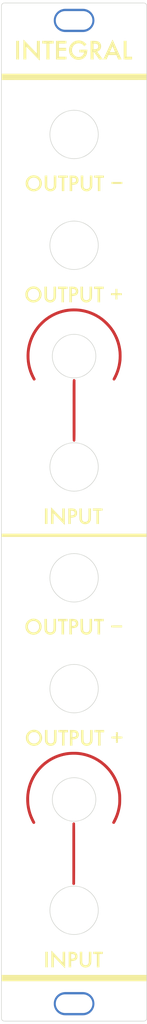
<source format=kicad_pcb>
(kicad_pcb (version 20221018) (generator pcbnew)
  (title_block (title "Simple Integrator 4u Panel") (date "2022-09-03") (rev "r02") (comment 2 "creativecommons.org/licenses/by/4.0/") (comment 3 "License: CC BY 4.0") (comment 4 "Author: Guy John"))
  (layers (0 "F.Cu" signal) (31 "B.Cu" signal) (36 "B.SilkS" user "B.Silkscreen") (37 "F.SilkS" user "F.Silkscreen") (38 "B.Mask" user) (39 "F.Mask" user) (44 "Edge.Cuts" user))
  (net 0 "")
  (footprint "4u-simple-integrator-panel:4u-simple-integrator-panel" (layer "F.Cu") (at 72.45 18.8)
    (fp_text reference "Ref**" hide)
    (fp_text value "Val**" hide)
    (fp_line (start -0.000062 0.499798) (end 0.010171 0.399623) (stroke (width 0.1)) (layer "Edge.Cuts"))
    (fp_line (start -0.000062 174.500052) (end -0.000062 0.499798) (stroke (width 0.1)) (layer "Edge.Cuts"))
    (fp_line (start 0.010171 0.399623) (end 0.039489 0.306065) (stroke (width 0.1)) (layer "Edge.Cuts"))
    (fp_line (start 0.010171 174.600052) (end -0.000062 174.500052) (stroke (width 0.1)) (layer "Edge.Cuts"))
    (fp_line (start 0.039489 0.306065) (end 0.085816 0.221201) (stroke (width 0.1)) (layer "Edge.Cuts"))
    (fp_line (start 0.039489 174.694052) (end 0.010171 174.600052) (stroke (width 0.1)) (layer "Edge.Cuts"))
    (fp_line (start 0.085816 0.221201) (end 0.147079 0.147108) (stroke (width 0.1)) (layer "Edge.Cuts"))
    (fp_line (start 0.085816 174.779052) (end 0.039489 174.694052) (stroke (width 0.1)) (layer "Edge.Cuts"))
    (fp_line (start 0.147079 0.147108) (end 0.221204 0.085865) (stroke (width 0.1)) (layer "Edge.Cuts"))
    (fp_line (start 0.147079 174.853052) (end 0.085816 174.779052) (stroke (width 0.1)) (layer "Edge.Cuts"))
    (fp_line (start 0.221204 0.085865) (end 0.306115 0.039547) (stroke (width 0.1)) (layer "Edge.Cuts"))
    (fp_line (start 0.221204 174.914052) (end 0.147079 174.853052) (stroke (width 0.1)) (layer "Edge.Cuts"))
    (fp_line (start 0.306115 0.039547) (end 0.399738 0.010233) (stroke (width 0.1)) (layer "Edge.Cuts"))
    (fp_line (start 0.306115 174.960052) (end 0.221204 174.914052) (stroke (width 0.1)) (layer "Edge.Cuts"))
    (fp_line (start 0.399738 0.010233) (end 0.5 0) (stroke (width 0.1)) (layer "Edge.Cuts"))
    (fp_line (start 0.399738 174.990052) (end 0.306115 174.960052) (stroke (width 0.1)) (layer "Edge.Cuts"))
    (fp_line (start 0.5 0) (end 24.50009 0) (stroke (width 0.1)) (layer "Edge.Cuts"))
    (fp_line (start 0.5 175.000052) (end 0.399738 174.990052) (stroke (width 0.1)) (layer "Edge.Cuts"))
    (fp_line (start 8.33511 22.599952) (end 8.33511 22.599952) (stroke (width 0.1)) (layer "Edge.Cuts"))
    (fp_line (start 8.33511 22.599952) (end 8.35678 22.176552) (stroke (width 0.1)) (layer "Edge.Cuts"))
    (fp_line (start 8.33511 41.649952) (end 8.33511 41.649952) (stroke (width 0.1)) (layer "Edge.Cuts"))
    (fp_line (start 8.33511 41.649952) (end 8.35678 41.226552) (stroke (width 0.1)) (layer "Edge.Cuts"))
    (fp_line (start 8.33511 79.749952) (end 8.33511 79.749952) (stroke (width 0.1)) (layer "Edge.Cuts"))
    (fp_line (start 8.33511 79.749952) (end 8.35678 79.326552) (stroke (width 0.1)) (layer "Edge.Cuts"))
    (fp_line (start 8.33511 98.799952) (end 8.33511 98.799952) (stroke (width 0.1)) (layer "Edge.Cuts"))
    (fp_line (start 8.33511 98.799952) (end 8.35678 98.376552) (stroke (width 0.1)) (layer "Edge.Cuts"))
    (fp_line (start 8.33511 117.850052) (end 8.33511 117.850052) (stroke (width 0.1)) (layer "Edge.Cuts"))
    (fp_line (start 8.33511 117.850052) (end 8.35678 117.427052) (stroke (width 0.1)) (layer "Edge.Cuts"))
    (fp_line (start 8.33511 155.950052) (end 8.33511 155.950052) (stroke (width 0.1)) (layer "Edge.Cuts"))
    (fp_line (start 8.33511 155.950052) (end 8.35678 155.527052) (stroke (width 0.1)) (layer "Edge.Cuts"))
    (fp_line (start 8.35678 22.176552) (end 8.42036 21.764952) (stroke (width 0.1)) (layer "Edge.Cuts"))
    (fp_line (start 8.35678 23.023252) (end 8.33511 22.599952) (stroke (width 0.1)) (layer "Edge.Cuts"))
    (fp_line (start 8.35678 41.226552) (end 8.42036 40.814952) (stroke (width 0.1)) (layer "Edge.Cuts"))
    (fp_line (start 8.35678 42.073252) (end 8.33511 41.649952) (stroke (width 0.1)) (layer "Edge.Cuts"))
    (fp_line (start 8.35678 79.326552) (end 8.42036 78.914952) (stroke (width 0.1)) (layer "Edge.Cuts"))
    (fp_line (start 8.35678 80.173252) (end 8.33511 79.749952) (stroke (width 0.1)) (layer "Edge.Cuts"))
    (fp_line (start 8.35678 98.376552) (end 8.42036 97.964952) (stroke (width 0.1)) (layer "Edge.Cuts"))
    (fp_line (start 8.35678 99.223252) (end 8.33511 98.799952) (stroke (width 0.1)) (layer "Edge.Cuts"))
    (fp_line (start 8.35678 117.427052) (end 8.42036 117.015052) (stroke (width 0.1)) (layer "Edge.Cuts"))
    (fp_line (start 8.35678 118.273052) (end 8.33511 117.850052) (stroke (width 0.1)) (layer "Edge.Cuts"))
    (fp_line (start 8.35678 155.527052) (end 8.42036 155.115052) (stroke (width 0.1)) (layer "Edge.Cuts"))
    (fp_line (start 8.35678 156.373052) (end 8.33511 155.950052) (stroke (width 0.1)) (layer "Edge.Cuts"))
    (fp_line (start 8.42036 21.764952) (end 8.52367 21.367052) (stroke (width 0.1)) (layer "Edge.Cuts"))
    (fp_line (start 8.42036 23.434952) (end 8.35678 23.023252) (stroke (width 0.1)) (layer "Edge.Cuts"))
    (fp_line (start 8.42036 40.814952) (end 8.52367 40.417052) (stroke (width 0.1)) (layer "Edge.Cuts"))
    (fp_line (start 8.42036 42.484952) (end 8.35678 42.073252) (stroke (width 0.1)) (layer "Edge.Cuts"))
    (fp_line (start 8.42036 78.914952) (end 8.52367 78.517052) (stroke (width 0.1)) (layer "Edge.Cuts"))
    (fp_line (start 8.42036 80.584952) (end 8.35678 80.173252) (stroke (width 0.1)) (layer "Edge.Cuts"))
    (fp_line (start 8.42036 97.964952) (end 8.52367 97.567052) (stroke (width 0.1)) (layer "Edge.Cuts"))
    (fp_line (start 8.42036 99.634952) (end 8.35678 99.223252) (stroke (width 0.1)) (layer "Edge.Cuts"))
    (fp_line (start 8.42036 117.015052) (end 8.52367 116.617052) (stroke (width 0.1)) (layer "Edge.Cuts"))
    (fp_line (start 8.42036 118.685052) (end 8.35678 118.273052) (stroke (width 0.1)) (layer "Edge.Cuts"))
    (fp_line (start 8.42036 155.115052) (end 8.52367 154.717052) (stroke (width 0.1)) (layer "Edge.Cuts"))
    (fp_line (start 8.42036 156.785052) (end 8.35678 156.373052) (stroke (width 0.1)) (layer "Edge.Cuts"))
    (fp_line (start 8.52367 21.367052) (end 8.66457 20.985152) (stroke (width 0.1)) (layer "Edge.Cuts"))
    (fp_line (start 8.52367 23.832752) (end 8.42036 23.434952) (stroke (width 0.1)) (layer "Edge.Cuts"))
    (fp_line (start 8.52367 40.417052) (end 8.66457 40.035152) (stroke (width 0.1)) (layer "Edge.Cuts"))
    (fp_line (start 8.52367 42.882752) (end 8.42036 42.484952) (stroke (width 0.1)) (layer "Edge.Cuts"))
    (fp_line (start 8.52367 78.517052) (end 8.66457 78.135152) (stroke (width 0.1)) (layer "Edge.Cuts"))
    (fp_line (start 8.52367 80.982752) (end 8.42036 80.584952) (stroke (width 0.1)) (layer "Edge.Cuts"))
    (fp_line (start 8.52367 97.567052) (end 8.66457 97.185152) (stroke (width 0.1)) (layer "Edge.Cuts"))
    (fp_line (start 8.52367 100.033052) (end 8.42036 99.634952) (stroke (width 0.1)) (layer "Edge.Cuts"))
    (fp_line (start 8.52367 116.617052) (end 8.66457 116.235052) (stroke (width 0.1)) (layer "Edge.Cuts"))
    (fp_line (start 8.52367 119.083052) (end 8.42036 118.685052) (stroke (width 0.1)) (layer "Edge.Cuts"))
    (fp_line (start 8.52367 154.717052) (end 8.66457 154.335052) (stroke (width 0.1)) (layer "Edge.Cuts"))
    (fp_line (start 8.52367 157.183052) (end 8.42036 156.785052) (stroke (width 0.1)) (layer "Edge.Cuts"))
    (fp_line (start 8.66457 20.985152) (end 8.84089 20.621452) (stroke (width 0.1)) (layer "Edge.Cuts"))
    (fp_line (start 8.66457 24.214652) (end 8.52367 23.832752) (stroke (width 0.1)) (layer "Edge.Cuts"))
    (fp_line (start 8.66457 40.035152) (end 8.84089 39.671352) (stroke (width 0.1)) (layer "Edge.Cuts"))
    (fp_line (start 8.66457 43.264652) (end 8.52367 42.882752) (stroke (width 0.1)) (layer "Edge.Cuts"))
    (fp_line (start 8.66457 78.135152) (end 8.84089 77.771352) (stroke (width 0.1)) (layer "Edge.Cuts"))
    (fp_line (start 8.66457 81.364652) (end 8.52367 80.982752) (stroke (width 0.1)) (layer "Edge.Cuts"))
    (fp_line (start 8.66457 97.185152) (end 8.84089 96.821352) (stroke (width 0.1)) (layer "Edge.Cuts"))
    (fp_line (start 8.66457 100.415052) (end 8.52367 100.033052) (stroke (width 0.1)) (layer "Edge.Cuts"))
    (fp_line (start 8.66457 116.235052) (end 8.84089 115.871052) (stroke (width 0.1)) (layer "Edge.Cuts"))
    (fp_line (start 8.66457 119.465052) (end 8.52367 119.083052) (stroke (width 0.1)) (layer "Edge.Cuts"))
    (fp_line (start 8.66457 154.335052) (end 8.84089 153.971052) (stroke (width 0.1)) (layer "Edge.Cuts"))
    (fp_line (start 8.66457 157.565052) (end 8.52367 157.183052) (stroke (width 0.1)) (layer "Edge.Cuts"))
    (fp_line (start 8.74997 60.699952) (end 8.74997 60.699952) (stroke (width 0.1)) (layer "Edge.Cuts"))
    (fp_line (start 8.74997 60.699952) (end 8.76949 60.318752) (stroke (width 0.1)) (layer "Edge.Cuts"))
    (fp_line (start 8.74997 136.900052) (end 8.74997 136.900052) (stroke (width 0.1)) (layer "Edge.Cuts"))
    (fp_line (start 8.74997 136.900052) (end 8.76949 136.519052) (stroke (width 0.1)) (layer "Edge.Cuts"))
    (fp_line (start 8.76949 60.318752) (end 8.82673 59.948152) (stroke (width 0.1)) (layer "Edge.Cuts"))
    (fp_line (start 8.76949 61.081052) (end 8.74997 60.699952) (stroke (width 0.1)) (layer "Edge.Cuts"))
    (fp_line (start 8.76949 136.519052) (end 8.82673 136.148052) (stroke (width 0.1)) (layer "Edge.Cuts"))
    (fp_line (start 8.76949 137.281052) (end 8.74997 136.900052) (stroke (width 0.1)) (layer "Edge.Cuts"))
    (fp_line (start 8.82673 59.948152) (end 8.91975 59.589952) (stroke (width 0.1)) (layer "Edge.Cuts"))
    (fp_line (start 8.82673 61.451652) (end 8.76949 61.081052) (stroke (width 0.1)) (layer "Edge.Cuts"))
    (fp_line (start 8.82673 136.148052) (end 8.91975 135.790052) (stroke (width 0.1)) (layer "Edge.Cuts"))
    (fp_line (start 8.82673 137.652052) (end 8.76949 137.281052) (stroke (width 0.1)) (layer "Edge.Cuts"))
    (fp_line (start 8.84089 20.621452) (end 9.05047 20.277952) (stroke (width 0.1)) (layer "Edge.Cuts"))
    (fp_line (start 8.84089 24.578452) (end 8.66457 24.214652) (stroke (width 0.1)) (layer "Edge.Cuts"))
    (fp_line (start 8.84089 39.671352) (end 9.05047 39.327952) (stroke (width 0.1)) (layer "Edge.Cuts"))
    (fp_line (start 8.84089 43.628452) (end 8.66457 43.264652) (stroke (width 0.1)) (layer "Edge.Cuts"))
    (fp_line (start 8.84089 77.771352) (end 9.05047 77.427952) (stroke (width 0.1)) (layer "Edge.Cuts"))
    (fp_line (start 8.84089 81.728452) (end 8.66457 81.364652) (stroke (width 0.1)) (layer "Edge.Cuts"))
    (fp_line (start 8.84089 96.821352) (end 9.05047 96.477952) (stroke (width 0.1)) (layer "Edge.Cuts"))
    (fp_line (start 8.84089 100.778052) (end 8.66457 100.415052) (stroke (width 0.1)) (layer "Edge.Cuts"))
    (fp_line (start 8.84089 115.871052) (end 9.05047 115.528052) (stroke (width 0.1)) (layer "Edge.Cuts"))
    (fp_line (start 8.84089 119.828052) (end 8.66457 119.465052) (stroke (width 0.1)) (layer "Edge.Cuts"))
    (fp_line (start 8.84089 153.971052) (end 9.05047 153.628052) (stroke (width 0.1)) (layer "Edge.Cuts"))
    (fp_line (start 8.84089 157.928052) (end 8.66457 157.565052) (stroke (width 0.1)) (layer "Edge.Cuts"))
    (fp_line (start 8.91975 59.589952) (end 9.04662 59.246152) (stroke (width 0.1)) (layer "Edge.Cuts"))
    (fp_line (start 8.91975 61.809852) (end 8.82673 61.451652) (stroke (width 0.1)) (layer "Edge.Cuts"))
    (fp_line (start 8.91975 135.790052) (end 9.04662 135.446052) (stroke (width 0.1)) (layer "Edge.Cuts"))
    (fp_line (start 8.91975 138.010052) (end 8.82673 137.652052) (stroke (width 0.1)) (layer "Edge.Cuts"))
    (fp_line (start 9.04662 59.246152) (end 9.20537 58.918652) (stroke (width 0.1)) (layer "Edge.Cuts"))
    (fp_line (start 9.04662 62.153652) (end 8.91975 61.809852) (stroke (width 0.1)) (layer "Edge.Cuts"))
    (fp_line (start 9.04662 135.446052) (end 9.20537 135.119052) (stroke (width 0.1)) (layer "Edge.Cuts"))
    (fp_line (start 9.04662 138.354052) (end 8.91975 138.010052) (stroke (width 0.1)) (layer "Edge.Cuts"))
    (fp_line (start 9.05047 20.277952) (end 9.29115 19.956952) (stroke (width 0.1)) (layer "Edge.Cuts"))
    (fp_line (start 9.05047 24.921852) (end 8.84089 24.578452) (stroke (width 0.1)) (layer "Edge.Cuts"))
    (fp_line (start 9.05047 39.327952) (end 9.29115 39.006952) (stroke (width 0.1)) (layer "Edge.Cuts"))
    (fp_line (start 9.05047 43.971852) (end 8.84089 43.628452) (stroke (width 0.1)) (layer "Edge.Cuts"))
    (fp_line (start 9.05047 77.427952) (end 9.29115 77.106952) (stroke (width 0.1)) (layer "Edge.Cuts"))
    (fp_line (start 9.05047 82.071852) (end 8.84089 81.728452) (stroke (width 0.1)) (layer "Edge.Cuts"))
    (fp_line (start 9.05047 96.477952) (end 9.29115 96.156952) (stroke (width 0.1)) (layer "Edge.Cuts"))
    (fp_line (start 9.05047 101.122052) (end 8.84089 100.778052) (stroke (width 0.1)) (layer "Edge.Cuts"))
    (fp_line (start 9.05047 115.528052) (end 9.29115 115.207052) (stroke (width 0.1)) (layer "Edge.Cuts"))
    (fp_line (start 9.05047 120.172052) (end 8.84089 119.828052) (stroke (width 0.1)) (layer "Edge.Cuts"))
    (fp_line (start 9.05047 153.628052) (end 9.29115 153.307052) (stroke (width 0.1)) (layer "Edge.Cuts"))
    (fp_line (start 9.05047 158.272052) (end 8.84089 157.928052) (stroke (width 0.1)) (layer "Edge.Cuts"))
    (fp_line (start 9.20537 58.918652) (end 9.39407 58.609352) (stroke (width 0.1)) (layer "Edge.Cuts"))
    (fp_line (start 9.20537 62.481152) (end 9.04662 62.153652) (stroke (width 0.1)) (layer "Edge.Cuts"))
    (fp_line (start 9.20537 135.119052) (end 9.39407 134.809052) (stroke (width 0.1)) (layer "Edge.Cuts"))
    (fp_line (start 9.20537 138.681052) (end 9.04662 138.354052) (stroke (width 0.1)) (layer "Edge.Cuts"))
    (fp_line (start 9.29115 19.956952) (end 9.56076 19.660552) (stroke (width 0.1)) (layer "Edge.Cuts"))
    (fp_line (start 9.29115 25.242952) (end 9.05047 24.921852) (stroke (width 0.1)) (layer "Edge.Cuts"))
    (fp_line (start 9.29115 39.006952) (end 9.56076 38.710552) (stroke (width 0.1)) (layer "Edge.Cuts"))
    (fp_line (start 9.29115 44.292952) (end 9.05047 43.971852) (stroke (width 0.1)) (layer "Edge.Cuts"))
    (fp_line (start 9.29115 77.106952) (end 9.56076 76.810552) (stroke (width 0.1)) (layer "Edge.Cuts"))
    (fp_line (start 9.29115 82.392952) (end 9.05047 82.071852) (stroke (width 0.1)) (layer "Edge.Cuts"))
    (fp_line (start 9.29115 96.156952) (end 9.56076 95.860552) (stroke (width 0.1)) (layer "Edge.Cuts"))
    (fp_line (start 9.29115 101.443052) (end 9.05047 101.122052) (stroke (width 0.1)) (layer "Edge.Cuts"))
    (fp_line (start 9.29115 115.207052) (end 9.56076 114.910052) (stroke (width 0.1)) (layer "Edge.Cuts"))
    (fp_line (start 9.29115 120.493052) (end 9.05047 120.172052) (stroke (width 0.1)) (layer "Edge.Cuts"))
    (fp_line (start 9.29115 153.307052) (end 9.56076 153.010052) (stroke (width 0.1)) (layer "Edge.Cuts"))
    (fp_line (start 9.29115 158.593052) (end 9.05047 158.272052) (stroke (width 0.1)) (layer "Edge.Cuts"))
    (fp_line (start 9.39407 58.609352) (end 9.61077 58.320352) (stroke (width 0.1)) (layer "Edge.Cuts"))
    (fp_line (start 9.39407 62.790452) (end 9.20537 62.481152) (stroke (width 0.1)) (layer "Edge.Cuts"))
    (fp_line (start 9.39407 134.809052) (end 9.61077 134.520052) (stroke (width 0.1)) (layer "Edge.Cuts"))
    (fp_line (start 9.39407 138.990052) (end 9.20537 138.681052) (stroke (width 0.1)) (layer "Edge.Cuts"))
    (fp_line (start 9.56076 19.660552) (end 9.85709 19.390952) (stroke (width 0.1)) (layer "Edge.Cuts"))
    (fp_line (start 9.56076 25.539352) (end 9.29115 25.242952) (stroke (width 0.1)) (layer "Edge.Cuts"))
    (fp_line (start 9.56076 38.710552) (end 9.85709 38.440952) (stroke (width 0.1)) (layer "Edge.Cuts"))
    (fp_line (start 9.56076 44.589352) (end 9.29115 44.292952) (stroke (width 0.1)) (layer "Edge.Cuts"))
    (fp_line (start 9.56076 76.810552) (end 9.85709 76.540952) (stroke (width 0.1)) (layer "Edge.Cuts"))
    (fp_line (start 9.56076 82.689252) (end 9.29115 82.392952) (stroke (width 0.1)) (layer "Edge.Cuts"))
    (fp_line (start 9.56076 95.860552) (end 9.85709 95.590952) (stroke (width 0.1)) (layer "Edge.Cuts"))
    (fp_line (start 9.56076 101.739052) (end 9.29115 101.443052) (stroke (width 0.1)) (layer "Edge.Cuts"))
    (fp_line (start 9.56076 114.910052) (end 9.85709 114.641052) (stroke (width 0.1)) (layer "Edge.Cuts"))
    (fp_line (start 9.56076 120.789052) (end 9.29115 120.493052) (stroke (width 0.1)) (layer "Edge.Cuts"))
    (fp_line (start 9.56076 153.010052) (end 9.85709 152.741052) (stroke (width 0.1)) (layer "Edge.Cuts"))
    (fp_line (start 9.56076 158.889052) (end 9.29115 158.593052) (stroke (width 0.1)) (layer "Edge.Cuts"))
    (fp_line (start 9.61077 58.320352) (end 9.85349 58.053552) (stroke (width 0.1)) (layer "Edge.Cuts"))
    (fp_line (start 9.61077 63.079452) (end 9.39407 62.790452) (stroke (width 0.1)) (layer "Edge.Cuts"))
    (fp_line (start 9.61077 134.520052) (end 9.85349 134.253052) (stroke (width 0.1)) (layer "Edge.Cuts"))
    (fp_line (start 9.61077 139.279052) (end 9.39407 138.990052) (stroke (width 0.1)) (layer "Edge.Cuts"))
    (fp_line (start 9.85349 58.053552) (end 10.12039 57.810752) (stroke (width 0.1)) (layer "Edge.Cuts"))
    (fp_line (start 9.85349 63.346352) (end 9.61077 63.079452) (stroke (width 0.1)) (layer "Edge.Cuts"))
    (fp_line (start 9.85349 134.253052) (end 10.12039 134.011052) (stroke (width 0.1)) (layer "Edge.Cuts"))
    (fp_line (start 9.85349 139.546052) (end 9.61077 139.279052) (stroke (width 0.1)) (layer "Edge.Cuts"))
    (fp_line (start 9.85709 19.390952) (end 10.17809 19.150252) (stroke (width 0.1)) (layer "Edge.Cuts"))
    (fp_line (start 9.85709 25.808952) (end 9.56076 25.539352) (stroke (width 0.1)) (layer "Edge.Cuts"))
    (fp_line (start 9.85709 38.440952) (end 10.17809 38.200252) (stroke (width 0.1)) (layer "Edge.Cuts"))
    (fp_line (start 9.85709 44.858952) (end 9.56076 44.589352) (stroke (width 0.1)) (layer "Edge.Cuts"))
    (fp_line (start 9.85709 76.540952) (end 10.17809 76.300252) (stroke (width 0.1)) (layer "Edge.Cuts"))
    (fp_line (start 9.85709 82.958952) (end 9.56076 82.689252) (stroke (width 0.1)) (layer "Edge.Cuts"))
    (fp_line (start 9.85709 95.590952) (end 10.17809 95.350252) (stroke (width 0.1)) (layer "Edge.Cuts"))
    (fp_line (start 9.85709 102.009052) (end 9.56076 101.739052) (stroke (width 0.1)) (layer "Edge.Cuts"))
    (fp_line (start 9.85709 114.641052) (end 10.17809 114.400052) (stroke (width 0.1)) (layer "Edge.Cuts"))
    (fp_line (start 9.85709 121.059052) (end 9.56076 120.789052) (stroke (width 0.1)) (layer "Edge.Cuts"))
    (fp_line (start 9.85709 152.741052) (end 10.17809 152.500052) (stroke (width 0.1)) (layer "Edge.Cuts"))
    (fp_line (start 9.85709 159.159052) (end 9.56076 158.889052) (stroke (width 0.1)) (layer "Edge.Cuts"))
    (fp_line (start 10.12039 57.810752) (end 10.40939 57.594052) (stroke (width 0.1)) (layer "Edge.Cuts"))
    (fp_line (start 10.12039 63.589052) (end 9.85349 63.346352) (stroke (width 0.1)) (layer "Edge.Cuts"))
    (fp_line (start 10.12039 134.011052) (end 10.40939 133.794052) (stroke (width 0.1)) (layer "Edge.Cuts"))
    (fp_line (start 10.12039 139.789052) (end 9.85349 139.546052) (stroke (width 0.1)) (layer "Edge.Cuts"))
    (fp_line (start 10.17809 19.150252) (end 10.52159 18.940652) (stroke (width 0.1)) (layer "Edge.Cuts"))
    (fp_line (start 10.17809 26.049652) (end 9.85709 25.808952) (stroke (width 0.1)) (layer "Edge.Cuts"))
    (fp_line (start 10.17809 38.200252) (end 10.52159 37.990652) (stroke (width 0.1)) (layer "Edge.Cuts"))
    (fp_line (start 10.17809 45.099652) (end 9.85709 44.858952) (stroke (width 0.1)) (layer "Edge.Cuts"))
    (fp_line (start 10.17809 76.300252) (end 10.52159 76.090652) (stroke (width 0.1)) (layer "Edge.Cuts"))
    (fp_line (start 10.17809 83.199652) (end 9.85709 82.958952) (stroke (width 0.1)) (layer "Edge.Cuts"))
    (fp_line (start 10.17809 95.350252) (end 10.52159 95.140652) (stroke (width 0.1)) (layer "Edge.Cuts"))
    (fp_line (start 10.17809 102.250052) (end 9.85709 102.009052) (stroke (width 0.1)) (layer "Edge.Cuts"))
    (fp_line (start 10.17809 114.400052) (end 10.52159 114.191052) (stroke (width 0.1)) (layer "Edge.Cuts"))
    (fp_line (start 10.17809 121.300052) (end 9.85709 121.059052) (stroke (width 0.1)) (layer "Edge.Cuts"))
    (fp_line (start 10.17809 152.500052) (end 10.52159 152.291052) (stroke (width 0.1)) (layer "Edge.Cuts"))
    (fp_line (start 10.17809 159.400052) (end 9.85709 159.159052) (stroke (width 0.1)) (layer "Edge.Cuts"))
    (fp_line (start 10.40939 57.594052) (end 10.71859 57.405352) (stroke (width 0.1)) (layer "Edge.Cuts"))
    (fp_line (start 10.40939 63.805752) (end 10.12039 63.589052) (stroke (width 0.1)) (layer "Edge.Cuts"))
    (fp_line (start 10.40939 133.794052) (end 10.71859 133.605052) (stroke (width 0.1)) (layer "Edge.Cuts"))
    (fp_line (start 10.40939 140.006052) (end 10.12039 139.789052) (stroke (width 0.1)) (layer "Edge.Cuts"))
    (fp_line (start 10.52159 18.940652) (end 10.88529 18.764352) (stroke (width 0.1)) (layer "Edge.Cuts"))
    (fp_line (start 10.52159 26.259152) (end 10.17809 26.049652) (stroke (width 0.1)) (layer "Edge.Cuts"))
    (fp_line (start 10.52159 37.990652) (end 10.88529 37.814352) (stroke (width 0.1)) (layer "Edge.Cuts"))
    (fp_line (start 10.52159 45.309152) (end 10.17809 45.099652) (stroke (width 0.1)) (layer "Edge.Cuts"))
    (fp_line (start 10.52159 76.090652) (end 10.88529 75.914352) (stroke (width 0.1)) (layer "Edge.Cuts"))
    (fp_line (start 10.52159 83.409152) (end 10.17809 83.199652) (stroke (width 0.1)) (layer "Edge.Cuts"))
    (fp_line (start 10.52159 95.140652) (end 10.88529 94.964352) (stroke (width 0.1)) (layer "Edge.Cuts"))
    (fp_line (start 10.52159 102.459052) (end 10.17809 102.250052) (stroke (width 0.1)) (layer "Edge.Cuts"))
    (fp_line (start 10.52159 114.191052) (end 10.88529 114.014052) (stroke (width 0.1)) (layer "Edge.Cuts"))
    (fp_line (start 10.52159 121.509052) (end 10.17809 121.300052) (stroke (width 0.1)) (layer "Edge.Cuts"))
    (fp_line (start 10.52159 152.291052) (end 10.88529 152.114052) (stroke (width 0.1)) (layer "Edge.Cuts"))
    (fp_line (start 10.52159 159.609052) (end 10.17809 159.400052) (stroke (width 0.1)) (layer "Edge.Cuts"))
    (fp_line (start 10.71859 57.405352) (end 11.04609 57.246652) (stroke (width 0.1)) (layer "Edge.Cuts"))
    (fp_line (start 10.71859 63.994452) (end 10.40939 63.805752) (stroke (width 0.1)) (layer "Edge.Cuts"))
    (fp_line (start 10.71859 133.605052) (end 11.04609 133.447052) (stroke (width 0.1)) (layer "Edge.Cuts"))
    (fp_line (start 10.71859 140.194052) (end 10.40939 140.006052) (stroke (width 0.1)) (layer "Edge.Cuts"))
    (fp_line (start 10.88529 18.764352) (end 11.26719 18.623452) (stroke (width 0.1)) (layer "Edge.Cuts"))
    (fp_line (start 10.88529 26.435552) (end 10.52159 26.259152) (stroke (width 0.1)) (layer "Edge.Cuts"))
    (fp_line (start 10.88529 37.814352) (end 11.26719 37.673452) (stroke (width 0.1)) (layer "Edge.Cuts"))
    (fp_line (start 10.88529 45.485552) (end 10.52159 45.309152) (stroke (width 0.1)) (layer "Edge.Cuts"))
    (fp_line (start 10.88529 75.914352) (end 11.26719 75.773452) (stroke (width 0.1)) (layer "Edge.Cuts"))
    (fp_line (start 10.88529 83.585552) (end 10.52159 83.409152) (stroke (width 0.1)) (layer "Edge.Cuts"))
    (fp_line (start 10.88529 94.964352) (end 11.26719 94.823452) (stroke (width 0.1)) (layer "Edge.Cuts"))
    (fp_line (start 10.88529 102.635052) (end 10.52159 102.459052) (stroke (width 0.1)) (layer "Edge.Cuts"))
    (fp_line (start 10.88529 114.014052) (end 11.26719 113.873052) (stroke (width 0.1)) (layer "Edge.Cuts"))
    (fp_line (start 10.88529 121.685052) (end 10.52159 121.509052) (stroke (width 0.1)) (layer "Edge.Cuts"))
    (fp_line (start 10.88529 152.114052) (end 11.26719 151.973052) (stroke (width 0.1)) (layer "Edge.Cuts"))
    (fp_line (start 10.88529 159.785052) (end 10.52159 159.609052) (stroke (width 0.1)) (layer "Edge.Cuts"))
    (fp_line (start 11.04609 57.246652) (end 11.38999 57.119752) (stroke (width 0.1)) (layer "Edge.Cuts"))
    (fp_line (start 11.04609 64.153252) (end 10.71859 63.994452) (stroke (width 0.1)) (layer "Edge.Cuts"))
    (fp_line (start 11.04609 133.447052) (end 11.38999 133.320052) (stroke (width 0.1)) (layer "Edge.Cuts"))
    (fp_line (start 11.04609 140.353052) (end 10.71859 140.194052) (stroke (width 0.1)) (layer "Edge.Cuts"))
    (fp_line (start 11.26719 18.623452) (end 11.66499 18.520052) (stroke (width 0.1)) (layer "Edge.Cuts"))
    (fp_line (start 11.26719 26.576452) (end 10.88529 26.435552) (stroke (width 0.1)) (layer "Edge.Cuts"))
    (fp_line (start 11.26719 37.673452) (end 11.66499 37.570052) (stroke (width 0.1)) (layer "Edge.Cuts"))
    (fp_line (start 11.26719 45.626452) (end 10.88529 45.485552) (stroke (width 0.1)) (layer "Edge.Cuts"))
    (fp_line (start 11.26719 75.773452) (end 11.66499 75.670052) (stroke (width 0.1)) (layer "Edge.Cuts"))
    (fp_line (start 11.26719 83.726452) (end 10.88529 83.585552) (stroke (width 0.1)) (layer "Edge.Cuts"))
    (fp_line (start 11.26719 94.823452) (end 11.66499 94.720052) (stroke (width 0.1)) (layer "Edge.Cuts"))
    (fp_line (start 11.26719 102.776052) (end 10.88529 102.635052) (stroke (width 0.1)) (layer "Edge.Cuts"))
    (fp_line (start 11.26719 113.873052) (end 11.66499 113.770052) (stroke (width 0.1)) (layer "Edge.Cuts"))
    (fp_line (start 11.26719 121.826052) (end 10.88529 121.685052) (stroke (width 0.1)) (layer "Edge.Cuts"))
    (fp_line (start 11.26719 151.973052) (end 11.66499 151.870052) (stroke (width 0.1)) (layer "Edge.Cuts"))
    (fp_line (start 11.26719 159.926052) (end 10.88529 159.785052) (stroke (width 0.1)) (layer "Edge.Cuts"))
    (fp_line (start 11.38999 57.119752) (end 11.74819 57.026752) (stroke (width 0.1)) (layer "Edge.Cuts"))
    (fp_line (start 11.38999 64.280052) (end 11.04609 64.153252) (stroke (width 0.1)) (layer "Edge.Cuts"))
    (fp_line (start 11.38999 133.320052) (end 11.74819 133.227052) (stroke (width 0.1)) (layer "Edge.Cuts"))
    (fp_line (start 11.38999 140.480052) (end 11.04609 140.353052) (stroke (width 0.1)) (layer "Edge.Cuts"))
    (fp_line (start 11.66499 18.520052) (end 12.07659 18.456552) (stroke (width 0.1)) (layer "Edge.Cuts"))
    (fp_line (start 11.66499 26.679752) (end 11.26719 26.576452) (stroke (width 0.1)) (layer "Edge.Cuts"))
    (fp_line (start 11.66499 37.570052) (end 12.07659 37.506552) (stroke (width 0.1)) (layer "Edge.Cuts"))
    (fp_line (start 11.66499 45.729752) (end 11.26719 45.626452) (stroke (width 0.1)) (layer "Edge.Cuts"))
    (fp_line (start 11.66499 75.670052) (end 12.07659 75.606552) (stroke (width 0.1)) (layer "Edge.Cuts"))
    (fp_line (start 11.66499 83.829752) (end 11.26719 83.726452) (stroke (width 0.1)) (layer "Edge.Cuts"))
    (fp_line (start 11.66499 94.720052) (end 12.07659 94.656552) (stroke (width 0.1)) (layer "Edge.Cuts"))
    (fp_line (start 11.66499 102.880052) (end 11.26719 102.776052) (stroke (width 0.1)) (layer "Edge.Cuts"))
    (fp_line (start 11.66499 113.770052) (end 12.07659 113.706052) (stroke (width 0.1)) (layer "Edge.Cuts"))
    (fp_line (start 11.66499 121.930052) (end 11.26719 121.826052) (stroke (width 0.1)) (layer "Edge.Cuts"))
    (fp_line (start 11.66499 151.870052) (end 12.07659 151.806052) (stroke (width 0.1)) (layer "Edge.Cuts"))
    (fp_line (start 11.66499 160.030052) (end 11.26719 159.926052) (stroke (width 0.1)) (layer "Edge.Cuts"))
    (fp_line (start 11.74819 57.026752) (end 12.11879 56.969452) (stroke (width 0.1)) (layer "Edge.Cuts"))
    (fp_line (start 11.74819 64.373052) (end 11.38999 64.280052) (stroke (width 0.1)) (layer "Edge.Cuts"))
    (fp_line (start 11.74819 133.227052) (end 12.11879 133.169052) (stroke (width 0.1)) (layer "Edge.Cuts"))
    (fp_line (start 11.74819 140.573052) (end 11.38999 140.480052) (stroke (width 0.1)) (layer "Edge.Cuts"))
    (fp_line (start 12.07659 18.456552) (end 12.49989 18.434852) (stroke (width 0.1)) (layer "Edge.Cuts"))
    (fp_line (start 12.07659 26.743352) (end 11.66499 26.679752) (stroke (width 0.1)) (layer "Edge.Cuts"))
    (fp_line (start 12.07659 37.506552) (end 12.49989 37.484852) (stroke (width 0.1)) (layer "Edge.Cuts"))
    (fp_line (start 12.07659 45.793352) (end 11.66499 45.729752) (stroke (width 0.1)) (layer "Edge.Cuts"))
    (fp_line (start 12.07659 75.606552) (end 12.49989 75.584852) (stroke (width 0.1)) (layer "Edge.Cuts"))
    (fp_line (start 12.07659 83.893352) (end 11.66499 83.829752) (stroke (width 0.1)) (layer "Edge.Cuts"))
    (fp_line (start 12.07659 94.656552) (end 12.49989 94.634852) (stroke (width 0.1)) (layer "Edge.Cuts"))
    (fp_line (start 12.07659 102.943052) (end 11.66499 102.880052) (stroke (width 0.1)) (layer "Edge.Cuts"))
    (fp_line (start 12.07659 113.706052) (end 12.49989 113.685052) (stroke (width 0.1)) (layer "Edge.Cuts"))
    (fp_line (start 12.07659 121.993052) (end 11.66499 121.930052) (stroke (width 0.1)) (layer "Edge.Cuts"))
    (fp_line (start 12.07659 151.806052) (end 12.49989 151.785052) (stroke (width 0.1)) (layer "Edge.Cuts"))
    (fp_line (start 12.07659 160.093052) (end 11.66499 160.030052) (stroke (width 0.1)) (layer "Edge.Cuts"))
    (fp_line (start 12.11879 56.969452) (end 12.49989 56.949952) (stroke (width 0.1)) (layer "Edge.Cuts"))
    (fp_line (start 12.11879 64.430352) (end 11.74819 64.373052) (stroke (width 0.1)) (layer "Edge.Cuts"))
    (fp_line (start 12.11879 133.169052) (end 12.49989 133.150052) (stroke (width 0.1)) (layer "Edge.Cuts"))
    (fp_line (start 12.11879 140.630052) (end 11.74819 140.573052) (stroke (width 0.1)) (layer "Edge.Cuts"))
    (fp_line (start 12.49989 18.434852) (end 12.92319 18.456552) (stroke (width 0.1)) (layer "Edge.Cuts"))
    (fp_line (start 12.49989 26.764952) (end 12.07659 26.743352) (stroke (width 0.1)) (layer "Edge.Cuts"))
    (fp_line (start 12.49989 37.484852) (end 12.92319 37.506552) (stroke (width 0.1)) (layer "Edge.Cuts"))
    (fp_line (start 12.49989 45.814952) (end 12.07659 45.793352) (stroke (width 0.1)) (layer "Edge.Cuts"))
    (fp_line (start 12.49989 56.949952) (end 12.88109 56.969452) (stroke (width 0.1)) (layer "Edge.Cuts"))
    (fp_line (start 12.49989 64.449852) (end 12.11879 64.430352) (stroke (width 0.1)) (layer "Edge.Cuts"))
    (fp_line (start 12.49989 75.584852) (end 12.92319 75.606552) (stroke (width 0.1)) (layer "Edge.Cuts"))
    (fp_line (start 12.49989 83.914952) (end 12.07659 83.893352) (stroke (width 0.1)) (layer "Edge.Cuts"))
    (fp_line (start 12.49989 94.634852) (end 12.92319 94.656552) (stroke (width 0.1)) (layer "Edge.Cuts"))
    (fp_line (start 12.49989 102.965052) (end 12.07659 102.943052) (stroke (width 0.1)) (layer "Edge.Cuts"))
    (fp_line (start 12.49989 113.685052) (end 12.92319 113.706052) (stroke (width 0.1)) (layer "Edge.Cuts"))
    (fp_line (start 12.49989 122.015052) (end 12.07659 121.993052) (stroke (width 0.1)) (layer "Edge.Cuts"))
    (fp_line (start 12.49989 133.150052) (end 12.88109 133.169052) (stroke (width 0.1)) (layer "Edge.Cuts"))
    (fp_line (start 12.49989 140.650052) (end 12.11879 140.630052) (stroke (width 0.1)) (layer "Edge.Cuts"))
    (fp_line (start 12.49989 151.785052) (end 12.92319 151.806052) (stroke (width 0.1)) (layer "Edge.Cuts"))
    (fp_line (start 12.49989 160.115052) (end 12.07659 160.093052) (stroke (width 0.1)) (layer "Edge.Cuts"))
    (fp_line (start 12.88109 56.969452) (end 13.25179 57.026752) (stroke (width 0.1)) (layer "Edge.Cuts"))
    (fp_line (start 12.88109 64.430352) (end 12.49989 64.449852) (stroke (width 0.1)) (layer "Edge.Cuts"))
    (fp_line (start 12.88109 133.169052) (end 13.25179 133.227052) (stroke (width 0.1)) (layer "Edge.Cuts"))
    (fp_line (start 12.88109 140.630052) (end 12.49989 140.650052) (stroke (width 0.1)) (layer "Edge.Cuts"))
    (fp_line (start 12.92319 18.456552) (end 13.33489 18.520052) (stroke (width 0.1)) (layer "Edge.Cuts"))
    (fp_line (start 12.92319 26.743352) (end 12.49989 26.764952) (stroke (width 0.1)) (layer "Edge.Cuts"))
    (fp_line (start 12.92319 37.506552) (end 13.33489 37.570052) (stroke (width 0.1)) (layer "Edge.Cuts"))
    (fp_line (start 12.92319 45.793352) (end 12.49989 45.814952) (stroke (width 0.1)) (layer "Edge.Cuts"))
    (fp_line (start 12.92319 75.606552) (end 13.33489 75.670052) (stroke (width 0.1)) (layer "Edge.Cuts"))
    (fp_line (start 12.92319 83.893352) (end 12.49989 83.914952) (stroke (width 0.1)) (layer "Edge.Cuts"))
    (fp_line (start 12.92319 94.656552) (end 13.33489 94.720052) (stroke (width 0.1)) (layer "Edge.Cuts"))
    (fp_line (start 12.92319 102.943052) (end 12.49989 102.965052) (stroke (width 0.1)) (layer "Edge.Cuts"))
    (fp_line (start 12.92319 113.706052) (end 13.33489 113.770052) (stroke (width 0.1)) (layer "Edge.Cuts"))
    (fp_line (start 12.92319 121.993052) (end 12.49989 122.015052) (stroke (width 0.1)) (layer "Edge.Cuts"))
    (fp_line (start 12.92319 151.806052) (end 13.33489 151.870052) (stroke (width 0.1)) (layer "Edge.Cuts"))
    (fp_line (start 12.92319 160.093052) (end 12.49989 160.115052) (stroke (width 0.1)) (layer "Edge.Cuts"))
    (fp_line (start 13.25179 57.026752) (end 13.60999 57.119752) (stroke (width 0.1)) (layer "Edge.Cuts"))
    (fp_line (start 13.25179 64.373052) (end 12.88109 64.430352) (stroke (width 0.1)) (layer "Edge.Cuts"))
    (fp_line (start 13.25179 133.227052) (end 13.60999 133.320052) (stroke (width 0.1)) (layer "Edge.Cuts"))
    (fp_line (start 13.25179 140.573052) (end 12.88109 140.630052) (stroke (width 0.1)) (layer "Edge.Cuts"))
    (fp_line (start 13.33489 18.520052) (end 13.73279 18.623452) (stroke (width 0.1)) (layer "Edge.Cuts"))
    (fp_line (start 13.33489 26.679752) (end 12.92319 26.743352) (stroke (width 0.1)) (layer "Edge.Cuts"))
    (fp_line (start 13.33489 37.570052) (end 13.73279 37.673452) (stroke (width 0.1)) (layer "Edge.Cuts"))
    (fp_line (start 13.33489 45.729752) (end 12.92319 45.793352) (stroke (width 0.1)) (layer "Edge.Cuts"))
    (fp_line (start 13.33489 75.670052) (end 13.73279 75.773452) (stroke (width 0.1)) (layer "Edge.Cuts"))
    (fp_line (start 13.33489 83.829752) (end 12.92319 83.893352) (stroke (width 0.1)) (layer "Edge.Cuts"))
    (fp_line (start 13.33489 94.720052) (end 13.73279 94.823452) (stroke (width 0.1)) (layer "Edge.Cuts"))
    (fp_line (start 13.33489 102.880052) (end 12.92319 102.943052) (stroke (width 0.1)) (layer "Edge.Cuts"))
    (fp_line (start 13.33489 113.770052) (end 13.73279 113.873052) (stroke (width 0.1)) (layer "Edge.Cuts"))
    (fp_line (start 13.33489 121.930052) (end 12.92319 121.993052) (stroke (width 0.1)) (layer "Edge.Cuts"))
    (fp_line (start 13.33489 151.870052) (end 13.73279 151.973052) (stroke (width 0.1)) (layer "Edge.Cuts"))
    (fp_line (start 13.33489 160.030052) (end 12.92319 160.093052) (stroke (width 0.1)) (layer "Edge.Cuts"))
    (fp_line (start 13.60999 57.119752) (end 13.95389 57.246652) (stroke (width 0.1)) (layer "Edge.Cuts"))
    (fp_line (start 13.60999 64.280052) (end 13.25179 64.373052) (stroke (width 0.1)) (layer "Edge.Cuts"))
    (fp_line (start 13.60999 133.320052) (end 13.95389 133.447052) (stroke (width 0.1)) (layer "Edge.Cuts"))
    (fp_line (start 13.60999 140.480052) (end 13.25179 140.573052) (stroke (width 0.1)) (layer "Edge.Cuts"))
    (fp_line (start 13.73279 18.623452) (end 14.11469 18.764352) (stroke (width 0.1)) (layer "Edge.Cuts"))
    (fp_line (start 13.73279 26.576452) (end 13.33489 26.679752) (stroke (width 0.1)) (layer "Edge.Cuts"))
    (fp_line (start 13.73279 37.673452) (end 14.11469 37.814352) (stroke (width 0.1)) (layer "Edge.Cuts"))
    (fp_line (start 13.73279 45.626452) (end 13.33489 45.729752) (stroke (width 0.1)) (layer "Edge.Cuts"))
    (fp_line (start 13.73279 75.773452) (end 14.11469 75.914352) (stroke (width 0.1)) (layer "Edge.Cuts"))
    (fp_line (start 13.73279 83.726452) (end 13.33489 83.829752) (stroke (width 0.1)) (layer "Edge.Cuts"))
    (fp_line (start 13.73279 94.823452) (end 14.11469 94.964352) (stroke (width 0.1)) (layer "Edge.Cuts"))
    (fp_line (start 13.73279 102.776052) (end 13.33489 102.880052) (stroke (width 0.1)) (layer "Edge.Cuts"))
    (fp_line (start 13.73279 113.873052) (end 14.11469 114.014052) (stroke (width 0.1)) (layer "Edge.Cuts"))
    (fp_line (start 13.73279 121.826052) (end 13.33489 121.930052) (stroke (width 0.1)) (layer "Edge.Cuts"))
    (fp_line (start 13.73279 151.973052) (end 14.11469 152.114052) (stroke (width 0.1)) (layer "Edge.Cuts"))
    (fp_line (start 13.73279 159.926052) (end 13.33489 160.030052) (stroke (width 0.1)) (layer "Edge.Cuts"))
    (fp_line (start 13.95389 57.246652) (end 14.28139 57.405352) (stroke (width 0.1)) (layer "Edge.Cuts"))
    (fp_line (start 13.95389 64.153252) (end 13.60999 64.280052) (stroke (width 0.1)) (layer "Edge.Cuts"))
    (fp_line (start 13.95389 133.447052) (end 14.28139 133.605052) (stroke (width 0.1)) (layer "Edge.Cuts"))
    (fp_line (start 13.95389 140.353052) (end 13.60999 140.480052) (stroke (width 0.1)) (layer "Edge.Cuts"))
    (fp_line (start 14.11469 18.764352) (end 14.47839 18.940652) (stroke (width 0.1)) (layer "Edge.Cuts"))
    (fp_line (start 14.11469 26.435552) (end 13.73279 26.576452) (stroke (width 0.1)) (layer "Edge.Cuts"))
    (fp_line (start 14.11469 37.814352) (end 14.47839 37.990652) (stroke (width 0.1)) (layer "Edge.Cuts"))
    (fp_line (start 14.11469 45.485552) (end 13.73279 45.626452) (stroke (width 0.1)) (layer "Edge.Cuts"))
    (fp_line (start 14.11469 75.914352) (end 14.47839 76.090652) (stroke (width 0.1)) (layer "Edge.Cuts"))
    (fp_line (start 14.11469 83.585552) (end 13.73279 83.726452) (stroke (width 0.1)) (layer "Edge.Cuts"))
    (fp_line (start 14.11469 94.964352) (end 14.47839 95.140652) (stroke (width 0.1)) (layer "Edge.Cuts"))
    (fp_line (start 14.11469 102.635052) (end 13.73279 102.776052) (stroke (width 0.1)) (layer "Edge.Cuts"))
    (fp_line (start 14.11469 114.014052) (end 14.47839 114.191052) (stroke (width 0.1)) (layer "Edge.Cuts"))
    (fp_line (start 14.11469 121.685052) (end 13.73279 121.826052) (stroke (width 0.1)) (layer "Edge.Cuts"))
    (fp_line (start 14.11469 152.114052) (end 14.47839 152.291052) (stroke (width 0.1)) (layer "Edge.Cuts"))
    (fp_line (start 14.11469 159.785052) (end 13.73279 159.926052) (stroke (width 0.1)) (layer "Edge.Cuts"))
    (fp_line (start 14.28139 57.405352) (end 14.59059 57.594052) (stroke (width 0.1)) (layer "Edge.Cuts"))
    (fp_line (start 14.28139 63.994452) (end 13.95389 64.153252) (stroke (width 0.1)) (layer "Edge.Cuts"))
    (fp_line (start 14.28139 133.605052) (end 14.59059 133.794052) (stroke (width 0.1)) (layer "Edge.Cuts"))
    (fp_line (start 14.28139 140.194052) (end 13.95389 140.353052) (stroke (width 0.1)) (layer "Edge.Cuts"))
    (fp_line (start 14.47839 18.940652) (end 14.82189 19.150252) (stroke (width 0.1)) (layer "Edge.Cuts"))
    (fp_line (start 14.47839 26.259152) (end 14.11469 26.435552) (stroke (width 0.1)) (layer "Edge.Cuts"))
    (fp_line (start 14.47839 37.990652) (end 14.82189 38.200252) (stroke (width 0.1)) (layer "Edge.Cuts"))
    (fp_line (start 14.47839 45.309152) (end 14.11469 45.485552) (stroke (width 0.1)) (layer "Edge.Cuts"))
    (fp_line (start 14.47839 76.090652) (end 14.82189 76.300252) (stroke (width 0.1)) (layer "Edge.Cuts"))
    (fp_line (start 14.47839 83.409152) (end 14.11469 83.585552) (stroke (width 0.1)) (layer "Edge.Cuts"))
    (fp_line (start 14.47839 95.140652) (end 14.82189 95.350252) (stroke (width 0.1)) (layer "Edge.Cuts"))
    (fp_line (start 14.47839 102.459052) (end 14.11469 102.635052) (stroke (width 0.1)) (layer "Edge.Cuts"))
    (fp_line (start 14.47839 114.191052) (end 14.82189 114.400052) (stroke (width 0.1)) (layer "Edge.Cuts"))
    (fp_line (start 14.47839 121.509052) (end 14.11469 121.685052) (stroke (width 0.1)) (layer "Edge.Cuts"))
    (fp_line (start 14.47839 152.291052) (end 14.82189 152.500052) (stroke (width 0.1)) (layer "Edge.Cuts"))
    (fp_line (start 14.47839 159.609052) (end 14.11469 159.785052) (stroke (width 0.1)) (layer "Edge.Cuts"))
    (fp_line (start 14.59059 57.594052) (end 14.87969 57.810752) (stroke (width 0.1)) (layer "Edge.Cuts"))
    (fp_line (start 14.59059 63.805752) (end 14.28139 63.994452) (stroke (width 0.1)) (layer "Edge.Cuts"))
    (fp_line (start 14.59059 133.794052) (end 14.87969 134.011052) (stroke (width 0.1)) (layer "Edge.Cuts"))
    (fp_line (start 14.59059 140.006052) (end 14.28139 140.194052) (stroke (width 0.1)) (layer "Edge.Cuts"))
    (fp_line (start 14.82189 19.150252) (end 15.14289 19.390952) (stroke (width 0.1)) (layer "Edge.Cuts"))
    (fp_line (start 14.82189 26.049652) (end 14.47839 26.259152) (stroke (width 0.1)) (layer "Edge.Cuts"))
    (fp_line (start 14.82189 38.200252) (end 15.14289 38.440952) (stroke (width 0.1)) (layer "Edge.Cuts"))
    (fp_line (start 14.82189 45.099652) (end 14.47839 45.309152) (stroke (width 0.1)) (layer "Edge.Cuts"))
    (fp_line (start 14.82189 76.300252) (end 15.14289 76.540952) (stroke (width 0.1)) (layer "Edge.Cuts"))
    (fp_line (start 14.82189 83.199652) (end 14.47839 83.409152) (stroke (width 0.1)) (layer "Edge.Cuts"))
    (fp_line (start 14.82189 95.350252) (end 15.14289 95.590952) (stroke (width 0.1)) (layer "Edge.Cuts"))
    (fp_line (start 14.82189 102.250052) (end 14.47839 102.459052) (stroke (width 0.1)) (layer "Edge.Cuts"))
    (fp_line (start 14.82189 114.400052) (end 15.14289 114.641052) (stroke (width 0.1)) (layer "Edge.Cuts"))
    (fp_line (start 14.82189 121.300052) (end 14.47839 121.509052) (stroke (width 0.1)) (layer "Edge.Cuts"))
    (fp_line (start 14.82189 152.500052) (end 15.14289 152.741052) (stroke (width 0.1)) (layer "Edge.Cuts"))
    (fp_line (start 14.82189 159.400052) (end 14.47839 159.609052) (stroke (width 0.1)) (layer "Edge.Cuts"))
    (fp_line (start 14.87969 57.810752) (end 15.14659 58.053552) (stroke (width 0.1)) (layer "Edge.Cuts"))
    (fp_line (start 14.87969 63.589052) (end 14.59059 63.805752) (stroke (width 0.1)) (layer "Edge.Cuts"))
    (fp_line (start 14.87969 134.011052) (end 15.14659 134.253052) (stroke (width 0.1)) (layer "Edge.Cuts"))
    (fp_line (start 14.87969 139.789052) (end 14.59059 140.006052) (stroke (width 0.1)) (layer "Edge.Cuts"))
    (fp_line (start 15.14289 19.390952) (end 15.43929 19.660552) (stroke (width 0.1)) (layer "Edge.Cuts"))
    (fp_line (start 15.14289 25.808952) (end 14.82189 26.049652) (stroke (width 0.1)) (layer "Edge.Cuts"))
    (fp_line (start 15.14289 38.440952) (end 15.43929 38.710552) (stroke (width 0.1)) (layer "Edge.Cuts"))
    (fp_line (start 15.14289 44.858952) (end 14.82189 45.099652) (stroke (width 0.1)) (layer "Edge.Cuts"))
    (fp_line (start 15.14289 76.540952) (end 15.43929 76.810552) (stroke (width 0.1)) (layer "Edge.Cuts"))
    (fp_line (start 15.14289 82.958952) (end 14.82189 83.199652) (stroke (width 0.1)) (layer "Edge.Cuts"))
    (fp_line (start 15.14289 95.590952) (end 15.43929 95.860552) (stroke (width 0.1)) (layer "Edge.Cuts"))
    (fp_line (start 15.14289 102.009052) (end 14.82189 102.250052) (stroke (width 0.1)) (layer "Edge.Cuts"))
    (fp_line (start 15.14289 114.641052) (end 15.43929 114.910052) (stroke (width 0.1)) (layer "Edge.Cuts"))
    (fp_line (start 15.14289 121.059052) (end 14.82189 121.300052) (stroke (width 0.1)) (layer "Edge.Cuts"))
    (fp_line (start 15.14289 152.741052) (end 15.43929 153.010052) (stroke (width 0.1)) (layer "Edge.Cuts"))
    (fp_line (start 15.14289 159.159052) (end 14.82189 159.400052) (stroke (width 0.1)) (layer "Edge.Cuts"))
    (fp_line (start 15.14659 58.053552) (end 15.38929 58.320352) (stroke (width 0.1)) (layer "Edge.Cuts"))
    (fp_line (start 15.14659 63.346352) (end 14.87969 63.589052) (stroke (width 0.1)) (layer "Edge.Cuts"))
    (fp_line (start 15.14659 134.253052) (end 15.38929 134.520052) (stroke (width 0.1)) (layer "Edge.Cuts"))
    (fp_line (start 15.14659 139.546052) (end 14.87969 139.789052) (stroke (width 0.1)) (layer "Edge.Cuts"))
    (fp_line (start 15.38929 58.320352) (end 15.60599 58.609352) (stroke (width 0.1)) (layer "Edge.Cuts"))
    (fp_line (start 15.38929 63.079452) (end 15.14659 63.346352) (stroke (width 0.1)) (layer "Edge.Cuts"))
    (fp_line (start 15.38929 134.520052) (end 15.60599 134.809052) (stroke (width 0.1)) (layer "Edge.Cuts"))
    (fp_line (start 15.38929 139.279052) (end 15.14659 139.546052) (stroke (width 0.1)) (layer "Edge.Cuts"))
    (fp_line (start 15.43929 19.660552) (end 15.70889 19.956952) (stroke (width 0.1)) (layer "Edge.Cuts"))
    (fp_line (start 15.43929 25.539352) (end 15.14289 25.808952) (stroke (width 0.1)) (layer "Edge.Cuts"))
    (fp_line (start 15.43929 38.710552) (end 15.70889 39.006952) (stroke (width 0.1)) (layer "Edge.Cuts"))
    (fp_line (start 15.43929 44.589352) (end 15.14289 44.858952) (stroke (width 0.1)) (layer "Edge.Cuts"))
    (fp_line (start 15.43929 76.810552) (end 15.70889 77.106952) (stroke (width 0.1)) (layer "Edge.Cuts"))
    (fp_line (start 15.43929 82.689252) (end 15.14289 82.958952) (stroke (width 0.1)) (layer "Edge.Cuts"))
    (fp_line (start 15.43929 95.860552) (end 15.70889 96.156952) (stroke (width 0.1)) (layer "Edge.Cuts"))
    (fp_line (start 15.43929 101.739052) (end 15.14289 102.009052) (stroke (width 0.1)) (layer "Edge.Cuts"))
    (fp_line (start 15.43929 114.910052) (end 15.70889 115.207052) (stroke (width 0.1)) (layer "Edge.Cuts"))
    (fp_line (start 15.43929 120.789052) (end 15.14289 121.059052) (stroke (width 0.1)) (layer "Edge.Cuts"))
    (fp_line (start 15.43929 153.010052) (end 15.70889 153.307052) (stroke (width 0.1)) (layer "Edge.Cuts"))
    (fp_line (start 15.43929 158.889052) (end 15.14289 159.159052) (stroke (width 0.1)) (layer "Edge.Cuts"))
    (fp_line (start 15.60599 58.609352) (end 15.79469 58.918652) (stroke (width 0.1)) (layer "Edge.Cuts"))
    (fp_line (start 15.60599 62.790452) (end 15.38929 63.079452) (stroke (width 0.1)) (layer "Edge.Cuts"))
    (fp_line (start 15.60599 134.809052) (end 15.79469 135.119052) (stroke (width 0.1)) (layer "Edge.Cuts"))
    (fp_line (start 15.60599 138.990052) (end 15.38929 139.279052) (stroke (width 0.1)) (layer "Edge.Cuts"))
    (fp_line (start 15.70889 19.956952) (end 15.94959 20.277952) (stroke (width 0.1)) (layer "Edge.Cuts"))
    (fp_line (start 15.70889 25.242952) (end 15.43929 25.539352) (stroke (width 0.1)) (layer "Edge.Cuts"))
    (fp_line (start 15.70889 39.006952) (end 15.94959 39.327952) (stroke (width 0.1)) (layer "Edge.Cuts"))
    (fp_line (start 15.70889 44.292952) (end 15.43929 44.589352) (stroke (width 0.1)) (layer "Edge.Cuts"))
    (fp_line (start 15.70889 77.106952) (end 15.94959 77.427952) (stroke (width 0.1)) (layer "Edge.Cuts"))
    (fp_line (start 15.70889 82.392952) (end 15.43929 82.689252) (stroke (width 0.1)) (layer "Edge.Cuts"))
    (fp_line (start 15.70889 96.156952) (end 15.94959 96.477952) (stroke (width 0.1)) (layer "Edge.Cuts"))
    (fp_line (start 15.70889 101.443052) (end 15.43929 101.739052) (stroke (width 0.1)) (layer "Edge.Cuts"))
    (fp_line (start 15.70889 115.207052) (end 15.94959 115.528052) (stroke (width 0.1)) (layer "Edge.Cuts"))
    (fp_line (start 15.70889 120.493052) (end 15.43929 120.789052) (stroke (width 0.1)) (layer "Edge.Cuts"))
    (fp_line (start 15.70889 153.307052) (end 15.94959 153.628052) (stroke (width 0.1)) (layer "Edge.Cuts"))
    (fp_line (start 15.70889 158.593052) (end 15.43929 158.889052) (stroke (width 0.1)) (layer "Edge.Cuts"))
    (fp_line (start 15.79469 58.918652) (end 15.95349 59.246152) (stroke (width 0.1)) (layer "Edge.Cuts"))
    (fp_line (start 15.79469 62.481152) (end 15.60599 62.790452) (stroke (width 0.1)) (layer "Edge.Cuts"))
    (fp_line (start 15.79469 135.119052) (end 15.95349 135.446052) (stroke (width 0.1)) (layer "Edge.Cuts"))
    (fp_line (start 15.79469 138.681052) (end 15.60599 138.990052) (stroke (width 0.1)) (layer "Edge.Cuts"))
    (fp_line (start 15.94959 20.277952) (end 16.15919 20.621452) (stroke (width 0.1)) (layer "Edge.Cuts"))
    (fp_line (start 15.94959 24.921852) (end 15.70889 25.242952) (stroke (width 0.1)) (layer "Edge.Cuts"))
    (fp_line (start 15.94959 39.327952) (end 16.15919 39.671352) (stroke (width 0.1)) (layer "Edge.Cuts"))
    (fp_line (start 15.94959 43.971852) (end 15.70889 44.292952) (stroke (width 0.1)) (layer "Edge.Cuts"))
    (fp_line (start 15.94959 77.427952) (end 16.15919 77.771352) (stroke (width 0.1)) (layer "Edge.Cuts"))
    (fp_line (start 15.94959 82.071852) (end 15.70889 82.392952) (stroke (width 0.1)) (layer "Edge.Cuts"))
    (fp_line (start 15.94959 96.477952) (end 16.15919 96.821352) (stroke (width 0.1)) (layer "Edge.Cuts"))
    (fp_line (start 15.94959 101.122052) (end 15.70889 101.443052) (stroke (width 0.1)) (layer "Edge.Cuts"))
    (fp_line (start 15.94959 115.528052) (end 16.15919 115.871052) (stroke (width 0.1)) (layer "Edge.Cuts"))
    (fp_line (start 15.94959 120.172052) (end 15.70889 120.493052) (stroke (width 0.1)) (layer "Edge.Cuts"))
    (fp_line (start 15.94959 153.628052) (end 16.15919 153.971052) (stroke (width 0.1)) (layer "Edge.Cuts"))
    (fp_line (start 15.94959 158.272052) (end 15.70889 158.593052) (stroke (width 0.1)) (layer "Edge.Cuts"))
    (fp_line (start 15.95349 59.246152) (end 16.08029 59.589952) (stroke (width 0.1)) (layer "Edge.Cuts"))
    (fp_line (start 15.95349 62.153652) (end 15.79469 62.481152) (stroke (width 0.1)) (layer "Edge.Cuts"))
    (fp_line (start 15.95349 135.446052) (end 16.08029 135.790052) (stroke (width 0.1)) (layer "Edge.Cuts"))
    (fp_line (start 15.95349 138.354052) (end 15.79469 138.681052) (stroke (width 0.1)) (layer "Edge.Cuts"))
    (fp_line (start 16.08029 59.589952) (end 16.17339 59.948152) (stroke (width 0.1)) (layer "Edge.Cuts"))
    (fp_line (start 16.08029 61.809852) (end 15.95349 62.153652) (stroke (width 0.1)) (layer "Edge.Cuts"))
    (fp_line (start 16.08029 135.790052) (end 16.17339 136.148052) (stroke (width 0.1)) (layer "Edge.Cuts"))
    (fp_line (start 16.08029 138.010052) (end 15.95349 138.354052) (stroke (width 0.1)) (layer "Edge.Cuts"))
    (fp_line (start 16.15919 20.621452) (end 16.33549 20.985152) (stroke (width 0.1)) (layer "Edge.Cuts"))
    (fp_line (start 16.15919 24.578452) (end 15.94959 24.921852) (stroke (width 0.1)) (layer "Edge.Cuts"))
    (fp_line (start 16.15919 39.671352) (end 16.33549 40.035152) (stroke (width 0.1)) (layer "Edge.Cuts"))
    (fp_line (start 16.15919 43.628452) (end 15.94959 43.971852) (stroke (width 0.1)) (layer "Edge.Cuts"))
    (fp_line (start 16.15919 77.771352) (end 16.33549 78.135152) (stroke (width 0.1)) (layer "Edge.Cuts"))
    (fp_line (start 16.15919 81.728452) (end 15.94959 82.071852) (stroke (width 0.1)) (layer "Edge.Cuts"))
    (fp_line (start 16.15919 96.821352) (end 16.33549 97.185152) (stroke (width 0.1)) (layer "Edge.Cuts"))
    (fp_line (start 16.15919 100.778052) (end 15.94959 101.122052) (stroke (width 0.1)) (layer "Edge.Cuts"))
    (fp_line (start 16.15919 115.871052) (end 16.33549 116.235052) (stroke (width 0.1)) (layer "Edge.Cuts"))
    (fp_line (start 16.15919 119.828052) (end 15.94959 120.172052) (stroke (width 0.1)) (layer "Edge.Cuts"))
    (fp_line (start 16.15919 153.971052) (end 16.33549 154.335052) (stroke (width 0.1)) (layer "Edge.Cuts"))
    (fp_line (start 16.15919 157.928052) (end 15.94959 158.272052) (stroke (width 0.1)) (layer "Edge.Cuts"))
    (fp_line (start 16.17339 59.948152) (end 16.23059 60.318752) (stroke (width 0.1)) (layer "Edge.Cuts"))
    (fp_line (start 16.17339 61.451652) (end 16.08029 61.809852) (stroke (width 0.1)) (layer "Edge.Cuts"))
    (fp_line (start 16.17339 136.148052) (end 16.23059 136.519052) (stroke (width 0.1)) (layer "Edge.Cuts"))
    (fp_line (start 16.17339 137.652052) (end 16.08029 138.010052) (stroke (width 0.1)) (layer "Edge.Cuts"))
    (fp_line (start 16.23059 60.318752) (end 16.25009 60.699952) (stroke (width 0.1)) (layer "Edge.Cuts"))
    (fp_line (start 16.23059 61.081052) (end 16.17339 61.451652) (stroke (width 0.1)) (layer "Edge.Cuts"))
    (fp_line (start 16.23059 136.519052) (end 16.25009 136.900052) (stroke (width 0.1)) (layer "Edge.Cuts"))
    (fp_line (start 16.23059 137.281052) (end 16.17339 137.652052) (stroke (width 0.1)) (layer "Edge.Cuts"))
    (fp_line (start 16.25009 60.699952) (end 16.23059 61.081052) (stroke (width 0.1)) (layer "Edge.Cuts"))
    (fp_line (start 16.25009 136.900052) (end 16.23059 137.281052) (stroke (width 0.1)) (layer "Edge.Cuts"))
    (fp_line (start 16.33549 20.985152) (end 16.47639 21.367052) (stroke (width 0.1)) (layer "Edge.Cuts"))
    (fp_line (start 16.33549 24.214652) (end 16.15919 24.578452) (stroke (width 0.1)) (layer "Edge.Cuts"))
    (fp_line (start 16.33549 40.035152) (end 16.47639 40.417052) (stroke (width 0.1)) (layer "Edge.Cuts"))
    (fp_line (start 16.33549 43.264652) (end 16.15919 43.628452) (stroke (width 0.1)) (layer "Edge.Cuts"))
    (fp_line (start 16.33549 78.135152) (end 16.47639 78.517052) (stroke (width 0.1)) (layer "Edge.Cuts"))
    (fp_line (start 16.33549 81.364652) (end 16.15919 81.728452) (stroke (width 0.1)) (layer "Edge.Cuts"))
    (fp_line (start 16.33549 97.185152) (end 16.47639 97.567052) (stroke (width 0.1)) (layer "Edge.Cuts"))
    (fp_line (start 16.33549 100.415052) (end 16.15919 100.778052) (stroke (width 0.1)) (layer "Edge.Cuts"))
    (fp_line (start 16.33549 116.235052) (end 16.47639 116.617052) (stroke (width 0.1)) (layer "Edge.Cuts"))
    (fp_line (start 16.33549 119.465052) (end 16.15919 119.828052) (stroke (width 0.1)) (layer "Edge.Cuts"))
    (fp_line (start 16.33549 154.335052) (end 16.47639 154.717052) (stroke (width 0.1)) (layer "Edge.Cuts"))
    (fp_line (start 16.33549 157.565052) (end 16.15919 157.928052) (stroke (width 0.1)) (layer "Edge.Cuts"))
    (fp_line (start 16.47639 21.367052) (end 16.57969 21.764952) (stroke (width 0.1)) (layer "Edge.Cuts"))
    (fp_line (start 16.47639 23.832752) (end 16.33549 24.214652) (stroke (width 0.1)) (layer "Edge.Cuts"))
    (fp_line (start 16.47639 40.417052) (end 16.57969 40.814952) (stroke (width 0.1)) (layer "Edge.Cuts"))
    (fp_line (start 16.47639 42.882752) (end 16.33549 43.264652) (stroke (width 0.1)) (layer "Edge.Cuts"))
    (fp_line (start 16.47639 78.517052) (end 16.57969 78.914952) (stroke (width 0.1)) (layer "Edge.Cuts"))
    (fp_line (start 16.47639 80.982752) (end 16.33549 81.364652) (stroke (width 0.1)) (layer "Edge.Cuts"))
    (fp_line (start 16.47639 97.567052) (end 16.57969 97.964952) (stroke (width 0.1)) (layer "Edge.Cuts"))
    (fp_line (start 16.47639 100.033052) (end 16.33549 100.415052) (stroke (width 0.1)) (layer "Edge.Cuts"))
    (fp_line (start 16.47639 116.617052) (end 16.57969 117.015052) (stroke (width 0.1)) (layer "Edge.Cuts"))
    (fp_line (start 16.47639 119.083052) (end 16.33549 119.465052) (stroke (width 0.1)) (layer "Edge.Cuts"))
    (fp_line (start 16.47639 154.717052) (end 16.57969 155.115052) (stroke (width 0.1)) (layer "Edge.Cuts"))
    (fp_line (start 16.47639 157.183052) (end 16.33549 157.565052) (stroke (width 0.1)) (layer "Edge.Cuts"))
    (fp_line (start 16.57969 21.764952) (end 16.64329 22.176552) (stroke (width 0.1)) (layer "Edge.Cuts"))
    (fp_line (start 16.57969 23.434952) (end 16.47639 23.832752) (stroke (width 0.1)) (layer "Edge.Cuts"))
    (fp_line (start 16.57969 40.814952) (end 16.64329 41.226552) (stroke (width 0.1)) (layer "Edge.Cuts"))
    (fp_line (start 16.57969 42.484952) (end 16.47639 42.882752) (stroke (width 0.1)) (layer "Edge.Cuts"))
    (fp_line (start 16.57969 78.914952) (end 16.64329 79.326552) (stroke (width 0.1)) (layer "Edge.Cuts"))
    (fp_line (start 16.57969 80.584952) (end 16.47639 80.982752) (stroke (width 0.1)) (layer "Edge.Cuts"))
    (fp_line (start 16.57969 97.964952) (end 16.64329 98.376552) (stroke (width 0.1)) (layer "Edge.Cuts"))
    (fp_line (start 16.57969 99.634952) (end 16.47639 100.033052) (stroke (width 0.1)) (layer "Edge.Cuts"))
    (fp_line (start 16.57969 117.015052) (end 16.64329 117.427052) (stroke (width 0.1)) (layer "Edge.Cuts"))
    (fp_line (start 16.57969 118.685052) (end 16.47639 119.083052) (stroke (width 0.1)) (layer "Edge.Cuts"))
    (fp_line (start 16.57969 155.115052) (end 16.64329 155.527052) (stroke (width 0.1)) (layer "Edge.Cuts"))
    (fp_line (start 16.57969 156.785052) (end 16.47639 157.183052) (stroke (width 0.1)) (layer "Edge.Cuts"))
    (fp_line (start 16.64329 22.176552) (end 16.66499 22.599952) (stroke (width 0.1)) (layer "Edge.Cuts"))
    (fp_line (start 16.64329 23.023252) (end 16.57969 23.434952) (stroke (width 0.1)) (layer "Edge.Cuts"))
    (fp_line (start 16.64329 41.226552) (end 16.66499 41.649952) (stroke (width 0.1)) (layer "Edge.Cuts"))
    (fp_line (start 16.64329 42.073252) (end 16.57969 42.484952) (stroke (width 0.1)) (layer "Edge.Cuts"))
    (fp_line (start 16.64329 79.326552) (end 16.66499 79.749952) (stroke (width 0.1)) (layer "Edge.Cuts"))
    (fp_line (start 16.64329 80.173252) (end 16.57969 80.584952) (stroke (width 0.1)) (layer "Edge.Cuts"))
    (fp_line (start 16.64329 98.376552) (end 16.66499 98.799952) (stroke (width 0.1)) (layer "Edge.Cuts"))
    (fp_line (start 16.64329 99.223252) (end 16.57969 99.634952) (stroke (width 0.1)) (layer "Edge.Cuts"))
    (fp_line (start 16.64329 117.427052) (end 16.66499 117.850052) (stroke (width 0.1)) (layer "Edge.Cuts"))
    (fp_line (start 16.64329 118.273052) (end 16.57969 118.685052) (stroke (width 0.1)) (layer "Edge.Cuts"))
    (fp_line (start 16.64329 155.527052) (end 16.66499 155.950052) (stroke (width 0.1)) (layer "Edge.Cuts"))
    (fp_line (start 16.64329 156.373052) (end 16.57969 156.785052) (stroke (width 0.1)) (layer "Edge.Cuts"))
    (fp_line (start 16.66499 22.599952) (end 16.64329 23.023252) (stroke (width 0.1)) (layer "Edge.Cuts"))
    (fp_line (start 16.66499 41.649952) (end 16.64329 42.073252) (stroke (width 0.1)) (layer "Edge.Cuts"))
    (fp_line (start 16.66499 79.749952) (end 16.64329 80.173252) (stroke (width 0.1)) (layer "Edge.Cuts"))
    (fp_line (start 16.66499 98.799952) (end 16.64329 99.223252) (stroke (width 0.1)) (layer "Edge.Cuts"))
    (fp_line (start 16.66499 117.850052) (end 16.64329 118.273052) (stroke (width 0.1)) (layer "Edge.Cuts"))
    (fp_line (start 16.66499 155.950052) (end 16.64329 156.373052) (stroke (width 0.1)) (layer "Edge.Cuts"))
    (fp_line (start 24.50009 0) (end 24.50009 0) (stroke (width 0.1)) (layer "Edge.Cuts"))
    (fp_line (start 24.50009 0) (end 24.60029 0.010233) (stroke (width 0.1)) (layer "Edge.Cuts"))
    (fp_line (start 24.50009 175.000052) (end 0.5 175.000052) (stroke (width 0.1)) (layer "Edge.Cuts"))
    (fp_line (start 24.60029 0.010233) (end 24.69379 0.039547) (stroke (width 0.1)) (layer "Edge.Cuts"))
    (fp_line (start 24.60029 174.990052) (end 24.50009 175.000052) (stroke (width 0.1)) (layer "Edge.Cuts"))
    (fp_line (start 24.69379 0.039547) (end 24.77869 0.085865) (stroke (width 0.1)) (layer "Edge.Cuts"))
    (fp_line (start 24.69379 174.960052) (end 24.60029 174.990052) (stroke (width 0.1)) (layer "Edge.Cuts"))
    (fp_line (start 24.77869 0.085865) (end 24.85279 0.147108) (stroke (width 0.1)) (layer "Edge.Cuts"))
    (fp_line (start 24.77869 174.914052) (end 24.69379 174.960052) (stroke (width 0.1)) (layer "Edge.Cuts"))
    (fp_line (start 24.85279 0.147108) (end 24.91399 0.221201) (stroke (width 0.1)) (layer "Edge.Cuts"))
    (fp_line (start 24.85279 174.853052) (end 24.77869 174.914052) (stroke (width 0.1)) (layer "Edge.Cuts"))
    (fp_line (start 24.91399 0.221201) (end 24.96039 0.306065) (stroke (width 0.1)) (layer "Edge.Cuts"))
    (fp_line (start 24.91399 174.779052) (end 24.85279 174.853052) (stroke (width 0.1)) (layer "Edge.Cuts"))
    (fp_line (start 24.96039 0.306065) (end 24.98969 0.399623) (stroke (width 0.1)) (layer "Edge.Cuts"))
    (fp_line (start 24.96039 174.694052) (end 24.91399 174.779052) (stroke (width 0.1)) (layer "Edge.Cuts"))
    (fp_line (start 24.98969 0.399623) (end 24.99989 0.499798) (stroke (width 0.1)) (layer "Edge.Cuts"))
    (fp_line (start 24.98969 174.600052) (end 24.96039 174.694052) (stroke (width 0.1)) (layer "Edge.Cuts"))
    (fp_line (start 24.99989 0.499798) (end 24.99989 174.500052) (stroke (width 0.1)) (layer "Edge.Cuts"))
    (fp_line (start 24.99989 174.500052) (end 24.98969 174.600052) (stroke (width 0.1)) (layer "Edge.Cuts"))
  )
)
</source>
